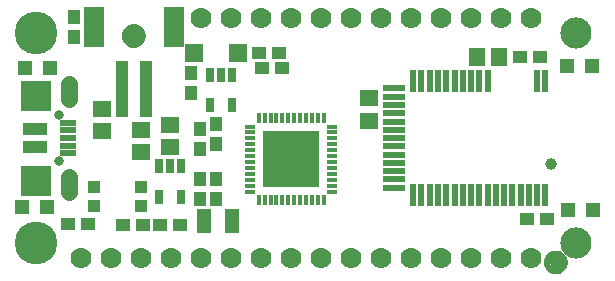
<source format=gbr>
G04 EAGLE Gerber RS-274X export*
G75*
%MOMM*%
%FSLAX34Y34*%
%LPD*%
%INSoldermask Top*%
%IPPOS*%
%AMOC8*
5,1,8,0,0,1.08239X$1,22.5*%
G01*
%ADD10C,2.641600*%
%ADD11R,1.601600X1.341600*%
%ADD12R,1.101600X1.201600*%
%ADD13R,1.301600X1.301600*%
%ADD14R,1.201600X1.101600*%
%ADD15C,1.101600*%
%ADD16C,0.500000*%
%ADD17R,1.101600X1.101600*%
%ADD18C,3.617600*%
%ADD19C,0.801600*%
%ADD20R,2.601600X2.601600*%
%ADD21C,1.409600*%
%ADD22R,2.101600X1.101600*%
%ADD23R,1.450000X0.500000*%
%ADD24R,0.651600X1.301600*%
%ADD25R,1.501600X1.501600*%
%ADD26C,1.778000*%
%ADD27R,1.101600X4.701600*%
%ADD28R,1.701600X3.501600*%
%ADD29R,0.351600X0.851600*%
%ADD30R,0.851600X0.351600*%
%ADD31R,4.801600X4.801600*%
%ADD32R,1.201600X2.001600*%
%ADD33R,1.341600X1.601600*%
%ADD34R,0.551600X1.951600*%
%ADD35R,1.951600X0.551600*%
%ADD36C,1.001600*%


D10*
X482600Y203200D03*
X482600Y25400D03*
D11*
X80880Y120090D03*
X80880Y139090D03*
D12*
X164000Y105040D03*
X164000Y122040D03*
D11*
X138580Y125740D03*
X138580Y106740D03*
D13*
X15950Y173590D03*
X36950Y173590D03*
D14*
X98688Y40906D03*
X115688Y40906D03*
D12*
X57150Y216780D03*
X57150Y199780D03*
D15*
X107950Y200660D03*
D16*
X115450Y200660D02*
X115448Y200841D01*
X115441Y201022D01*
X115430Y201203D01*
X115415Y201384D01*
X115395Y201564D01*
X115371Y201744D01*
X115343Y201923D01*
X115310Y202101D01*
X115273Y202278D01*
X115232Y202455D01*
X115187Y202630D01*
X115137Y202805D01*
X115083Y202978D01*
X115025Y203149D01*
X114963Y203320D01*
X114896Y203488D01*
X114826Y203655D01*
X114752Y203821D01*
X114673Y203984D01*
X114591Y204145D01*
X114505Y204305D01*
X114415Y204462D01*
X114321Y204617D01*
X114224Y204770D01*
X114122Y204920D01*
X114018Y205068D01*
X113909Y205214D01*
X113798Y205356D01*
X113682Y205496D01*
X113564Y205633D01*
X113442Y205768D01*
X113317Y205899D01*
X113189Y206027D01*
X113058Y206152D01*
X112923Y206274D01*
X112786Y206392D01*
X112646Y206508D01*
X112504Y206619D01*
X112358Y206728D01*
X112210Y206832D01*
X112060Y206934D01*
X111907Y207031D01*
X111752Y207125D01*
X111595Y207215D01*
X111435Y207301D01*
X111274Y207383D01*
X111111Y207462D01*
X110945Y207536D01*
X110778Y207606D01*
X110610Y207673D01*
X110439Y207735D01*
X110268Y207793D01*
X110095Y207847D01*
X109920Y207897D01*
X109745Y207942D01*
X109568Y207983D01*
X109391Y208020D01*
X109213Y208053D01*
X109034Y208081D01*
X108854Y208105D01*
X108674Y208125D01*
X108493Y208140D01*
X108312Y208151D01*
X108131Y208158D01*
X107950Y208160D01*
X115450Y200660D02*
X115448Y200479D01*
X115441Y200298D01*
X115430Y200117D01*
X115415Y199936D01*
X115395Y199756D01*
X115371Y199576D01*
X115343Y199397D01*
X115310Y199219D01*
X115273Y199042D01*
X115232Y198865D01*
X115187Y198690D01*
X115137Y198515D01*
X115083Y198342D01*
X115025Y198171D01*
X114963Y198000D01*
X114896Y197832D01*
X114826Y197665D01*
X114752Y197499D01*
X114673Y197336D01*
X114591Y197175D01*
X114505Y197015D01*
X114415Y196858D01*
X114321Y196703D01*
X114224Y196550D01*
X114122Y196400D01*
X114018Y196252D01*
X113909Y196106D01*
X113798Y195964D01*
X113682Y195824D01*
X113564Y195687D01*
X113442Y195552D01*
X113317Y195421D01*
X113189Y195293D01*
X113058Y195168D01*
X112923Y195046D01*
X112786Y194928D01*
X112646Y194812D01*
X112504Y194701D01*
X112358Y194592D01*
X112210Y194488D01*
X112060Y194386D01*
X111907Y194289D01*
X111752Y194195D01*
X111595Y194105D01*
X111435Y194019D01*
X111274Y193937D01*
X111111Y193858D01*
X110945Y193784D01*
X110778Y193714D01*
X110610Y193647D01*
X110439Y193585D01*
X110268Y193527D01*
X110095Y193473D01*
X109920Y193423D01*
X109745Y193378D01*
X109568Y193337D01*
X109391Y193300D01*
X109213Y193267D01*
X109034Y193239D01*
X108854Y193215D01*
X108674Y193195D01*
X108493Y193180D01*
X108312Y193169D01*
X108131Y193162D01*
X107950Y193160D01*
X107769Y193162D01*
X107588Y193169D01*
X107407Y193180D01*
X107226Y193195D01*
X107046Y193215D01*
X106866Y193239D01*
X106687Y193267D01*
X106509Y193300D01*
X106332Y193337D01*
X106155Y193378D01*
X105980Y193423D01*
X105805Y193473D01*
X105632Y193527D01*
X105461Y193585D01*
X105290Y193647D01*
X105122Y193714D01*
X104955Y193784D01*
X104789Y193858D01*
X104626Y193937D01*
X104465Y194019D01*
X104305Y194105D01*
X104148Y194195D01*
X103993Y194289D01*
X103840Y194386D01*
X103690Y194488D01*
X103542Y194592D01*
X103396Y194701D01*
X103254Y194812D01*
X103114Y194928D01*
X102977Y195046D01*
X102842Y195168D01*
X102711Y195293D01*
X102583Y195421D01*
X102458Y195552D01*
X102336Y195687D01*
X102218Y195824D01*
X102102Y195964D01*
X101991Y196106D01*
X101882Y196252D01*
X101778Y196400D01*
X101676Y196550D01*
X101579Y196703D01*
X101485Y196858D01*
X101395Y197015D01*
X101309Y197175D01*
X101227Y197336D01*
X101148Y197499D01*
X101074Y197665D01*
X101004Y197832D01*
X100937Y198000D01*
X100875Y198171D01*
X100817Y198342D01*
X100763Y198515D01*
X100713Y198690D01*
X100668Y198865D01*
X100627Y199042D01*
X100590Y199219D01*
X100557Y199397D01*
X100529Y199576D01*
X100505Y199756D01*
X100485Y199936D01*
X100470Y200117D01*
X100459Y200298D01*
X100452Y200479D01*
X100450Y200660D01*
X100452Y200841D01*
X100459Y201022D01*
X100470Y201203D01*
X100485Y201384D01*
X100505Y201564D01*
X100529Y201744D01*
X100557Y201923D01*
X100590Y202101D01*
X100627Y202278D01*
X100668Y202455D01*
X100713Y202630D01*
X100763Y202805D01*
X100817Y202978D01*
X100875Y203149D01*
X100937Y203320D01*
X101004Y203488D01*
X101074Y203655D01*
X101148Y203821D01*
X101227Y203984D01*
X101309Y204145D01*
X101395Y204305D01*
X101485Y204462D01*
X101579Y204617D01*
X101676Y204770D01*
X101778Y204920D01*
X101882Y205068D01*
X101991Y205214D01*
X102102Y205356D01*
X102218Y205496D01*
X102336Y205633D01*
X102458Y205768D01*
X102583Y205899D01*
X102711Y206027D01*
X102842Y206152D01*
X102977Y206274D01*
X103114Y206392D01*
X103254Y206508D01*
X103396Y206619D01*
X103542Y206728D01*
X103690Y206832D01*
X103840Y206934D01*
X103993Y207031D01*
X104148Y207125D01*
X104305Y207215D01*
X104465Y207301D01*
X104626Y207383D01*
X104789Y207462D01*
X104955Y207536D01*
X105122Y207606D01*
X105290Y207673D01*
X105461Y207735D01*
X105632Y207793D01*
X105805Y207847D01*
X105980Y207897D01*
X106155Y207942D01*
X106332Y207983D01*
X106509Y208020D01*
X106687Y208053D01*
X106866Y208081D01*
X107046Y208105D01*
X107226Y208125D01*
X107407Y208140D01*
X107588Y208151D01*
X107769Y208158D01*
X107950Y208160D01*
D15*
X465292Y8960D03*
D16*
X472792Y8960D02*
X472790Y9141D01*
X472783Y9322D01*
X472772Y9503D01*
X472757Y9684D01*
X472737Y9864D01*
X472713Y10044D01*
X472685Y10223D01*
X472652Y10401D01*
X472615Y10578D01*
X472574Y10755D01*
X472529Y10930D01*
X472479Y11105D01*
X472425Y11278D01*
X472367Y11449D01*
X472305Y11620D01*
X472238Y11788D01*
X472168Y11955D01*
X472094Y12121D01*
X472015Y12284D01*
X471933Y12445D01*
X471847Y12605D01*
X471757Y12762D01*
X471663Y12917D01*
X471566Y13070D01*
X471464Y13220D01*
X471360Y13368D01*
X471251Y13514D01*
X471140Y13656D01*
X471024Y13796D01*
X470906Y13933D01*
X470784Y14068D01*
X470659Y14199D01*
X470531Y14327D01*
X470400Y14452D01*
X470265Y14574D01*
X470128Y14692D01*
X469988Y14808D01*
X469846Y14919D01*
X469700Y15028D01*
X469552Y15132D01*
X469402Y15234D01*
X469249Y15331D01*
X469094Y15425D01*
X468937Y15515D01*
X468777Y15601D01*
X468616Y15683D01*
X468453Y15762D01*
X468287Y15836D01*
X468120Y15906D01*
X467952Y15973D01*
X467781Y16035D01*
X467610Y16093D01*
X467437Y16147D01*
X467262Y16197D01*
X467087Y16242D01*
X466910Y16283D01*
X466733Y16320D01*
X466555Y16353D01*
X466376Y16381D01*
X466196Y16405D01*
X466016Y16425D01*
X465835Y16440D01*
X465654Y16451D01*
X465473Y16458D01*
X465292Y16460D01*
X472792Y8960D02*
X472790Y8779D01*
X472783Y8598D01*
X472772Y8417D01*
X472757Y8236D01*
X472737Y8056D01*
X472713Y7876D01*
X472685Y7697D01*
X472652Y7519D01*
X472615Y7342D01*
X472574Y7165D01*
X472529Y6990D01*
X472479Y6815D01*
X472425Y6642D01*
X472367Y6471D01*
X472305Y6300D01*
X472238Y6132D01*
X472168Y5965D01*
X472094Y5799D01*
X472015Y5636D01*
X471933Y5475D01*
X471847Y5315D01*
X471757Y5158D01*
X471663Y5003D01*
X471566Y4850D01*
X471464Y4700D01*
X471360Y4552D01*
X471251Y4406D01*
X471140Y4264D01*
X471024Y4124D01*
X470906Y3987D01*
X470784Y3852D01*
X470659Y3721D01*
X470531Y3593D01*
X470400Y3468D01*
X470265Y3346D01*
X470128Y3228D01*
X469988Y3112D01*
X469846Y3001D01*
X469700Y2892D01*
X469552Y2788D01*
X469402Y2686D01*
X469249Y2589D01*
X469094Y2495D01*
X468937Y2405D01*
X468777Y2319D01*
X468616Y2237D01*
X468453Y2158D01*
X468287Y2084D01*
X468120Y2014D01*
X467952Y1947D01*
X467781Y1885D01*
X467610Y1827D01*
X467437Y1773D01*
X467262Y1723D01*
X467087Y1678D01*
X466910Y1637D01*
X466733Y1600D01*
X466555Y1567D01*
X466376Y1539D01*
X466196Y1515D01*
X466016Y1495D01*
X465835Y1480D01*
X465654Y1469D01*
X465473Y1462D01*
X465292Y1460D01*
X465111Y1462D01*
X464930Y1469D01*
X464749Y1480D01*
X464568Y1495D01*
X464388Y1515D01*
X464208Y1539D01*
X464029Y1567D01*
X463851Y1600D01*
X463674Y1637D01*
X463497Y1678D01*
X463322Y1723D01*
X463147Y1773D01*
X462974Y1827D01*
X462803Y1885D01*
X462632Y1947D01*
X462464Y2014D01*
X462297Y2084D01*
X462131Y2158D01*
X461968Y2237D01*
X461807Y2319D01*
X461647Y2405D01*
X461490Y2495D01*
X461335Y2589D01*
X461182Y2686D01*
X461032Y2788D01*
X460884Y2892D01*
X460738Y3001D01*
X460596Y3112D01*
X460456Y3228D01*
X460319Y3346D01*
X460184Y3468D01*
X460053Y3593D01*
X459925Y3721D01*
X459800Y3852D01*
X459678Y3987D01*
X459560Y4124D01*
X459444Y4264D01*
X459333Y4406D01*
X459224Y4552D01*
X459120Y4700D01*
X459018Y4850D01*
X458921Y5003D01*
X458827Y5158D01*
X458737Y5315D01*
X458651Y5475D01*
X458569Y5636D01*
X458490Y5799D01*
X458416Y5965D01*
X458346Y6132D01*
X458279Y6300D01*
X458217Y6471D01*
X458159Y6642D01*
X458105Y6815D01*
X458055Y6990D01*
X458010Y7165D01*
X457969Y7342D01*
X457932Y7519D01*
X457899Y7697D01*
X457871Y7876D01*
X457847Y8056D01*
X457827Y8236D01*
X457812Y8417D01*
X457801Y8598D01*
X457794Y8779D01*
X457792Y8960D01*
X457794Y9141D01*
X457801Y9322D01*
X457812Y9503D01*
X457827Y9684D01*
X457847Y9864D01*
X457871Y10044D01*
X457899Y10223D01*
X457932Y10401D01*
X457969Y10578D01*
X458010Y10755D01*
X458055Y10930D01*
X458105Y11105D01*
X458159Y11278D01*
X458217Y11449D01*
X458279Y11620D01*
X458346Y11788D01*
X458416Y11955D01*
X458490Y12121D01*
X458569Y12284D01*
X458651Y12445D01*
X458737Y12605D01*
X458827Y12762D01*
X458921Y12917D01*
X459018Y13070D01*
X459120Y13220D01*
X459224Y13368D01*
X459333Y13514D01*
X459444Y13656D01*
X459560Y13796D01*
X459678Y13933D01*
X459800Y14068D01*
X459925Y14199D01*
X460053Y14327D01*
X460184Y14452D01*
X460319Y14574D01*
X460456Y14692D01*
X460596Y14808D01*
X460738Y14919D01*
X460884Y15028D01*
X461032Y15132D01*
X461182Y15234D01*
X461335Y15331D01*
X461490Y15425D01*
X461647Y15515D01*
X461807Y15601D01*
X461968Y15683D01*
X462131Y15762D01*
X462297Y15836D01*
X462464Y15906D01*
X462632Y15973D01*
X462803Y16035D01*
X462974Y16093D01*
X463147Y16147D01*
X463322Y16197D01*
X463497Y16242D01*
X463674Y16283D01*
X463851Y16320D01*
X464029Y16353D01*
X464208Y16381D01*
X464388Y16405D01*
X464568Y16425D01*
X464749Y16440D01*
X464930Y16451D01*
X465111Y16458D01*
X465292Y16460D01*
D17*
X73980Y56770D03*
X73980Y72770D03*
X113980Y72770D03*
X113980Y56770D03*
D18*
X25400Y203200D03*
X25400Y25400D03*
D19*
X44450Y133800D03*
X44450Y94800D03*
D20*
X25450Y78300D03*
X25450Y150300D03*
D21*
X53450Y147300D02*
X53450Y160380D01*
X53450Y81300D02*
X53450Y68220D01*
D22*
X24450Y121800D03*
X24450Y106800D03*
D23*
X52200Y127300D03*
X52200Y120800D03*
X52200Y114300D03*
X52200Y107800D03*
X52200Y101300D03*
D24*
X191110Y167941D03*
X181610Y167941D03*
X172110Y167941D03*
X172110Y141939D03*
X191110Y141939D03*
D25*
X196300Y186690D03*
X159300Y186690D03*
D26*
X444500Y12700D03*
X419100Y12700D03*
X393700Y12700D03*
X368300Y12700D03*
X342900Y12700D03*
X317500Y12700D03*
X292100Y12700D03*
X266700Y12700D03*
X241300Y12700D03*
X215900Y12700D03*
X190500Y12700D03*
X165100Y12700D03*
X139700Y12700D03*
X114300Y12700D03*
X88900Y12700D03*
X63500Y12700D03*
D27*
X97950Y156040D03*
X117950Y156040D03*
D28*
X73950Y208040D03*
X141950Y208040D03*
D26*
X165100Y215900D03*
X190500Y215900D03*
X215900Y215900D03*
X241300Y215900D03*
X266700Y215900D03*
X292100Y215900D03*
X317500Y215900D03*
X342900Y215900D03*
X368300Y215900D03*
X393700Y215900D03*
X419100Y215900D03*
X444500Y215900D03*
D24*
X147930Y90471D03*
X138430Y90471D03*
X128930Y90471D03*
X128930Y64469D03*
X147930Y64469D03*
D13*
X34630Y55880D03*
X13630Y55880D03*
D14*
X52460Y41910D03*
X69460Y41910D03*
D11*
X114300Y121260D03*
X114300Y102260D03*
D14*
X146930Y40640D03*
X129930Y40640D03*
X213750Y186690D03*
X230750Y186690D03*
X233290Y173990D03*
X216290Y173990D03*
D29*
X213800Y61770D03*
X218800Y61770D03*
X223800Y61770D03*
X228800Y61770D03*
X233800Y61770D03*
X238800Y61770D03*
X243800Y61770D03*
X248800Y61770D03*
X253800Y61770D03*
X258800Y61770D03*
X263800Y61770D03*
D30*
X276050Y69020D03*
X276050Y74020D03*
X276050Y79020D03*
X276050Y84020D03*
X276050Y89020D03*
X276050Y94020D03*
X276050Y99020D03*
X276050Y104020D03*
X276050Y109020D03*
X276050Y114020D03*
X276050Y119020D03*
D29*
X268800Y131270D03*
X263800Y131270D03*
X258800Y131270D03*
X253800Y131270D03*
X248800Y131270D03*
X243800Y131270D03*
X238800Y131270D03*
X233800Y131270D03*
X228800Y131270D03*
X223800Y131270D03*
X218800Y131270D03*
D30*
X206550Y124020D03*
X206550Y119020D03*
X206550Y114020D03*
X206550Y109020D03*
X206550Y104020D03*
X206550Y99020D03*
X206550Y94020D03*
X206550Y89020D03*
X206550Y84020D03*
X206550Y79020D03*
X206550Y74020D03*
D31*
X241300Y96520D03*
D29*
X268800Y61770D03*
D30*
X276050Y124020D03*
D29*
X213800Y131270D03*
D30*
X206550Y69020D03*
D12*
X177800Y109610D03*
X177800Y126610D03*
X177800Y62620D03*
X177800Y79620D03*
X163830Y62620D03*
X163830Y79620D03*
D32*
X191070Y44450D03*
X167070Y44450D03*
D33*
X398170Y182880D03*
X417170Y182880D03*
D12*
X156210Y152790D03*
X156210Y169790D03*
D34*
X456560Y162550D03*
X449560Y162550D03*
X407560Y162550D03*
X400560Y162550D03*
X393560Y162550D03*
X386560Y162550D03*
X379560Y162550D03*
X372560Y162550D03*
X365560Y162550D03*
X358560Y162550D03*
X351560Y162550D03*
X344560Y162550D03*
D35*
X328310Y156300D03*
X328310Y149300D03*
X328310Y142300D03*
X328310Y135300D03*
X328310Y128300D03*
X328310Y121300D03*
X328310Y114300D03*
X328310Y107300D03*
X328310Y100300D03*
X328310Y93300D03*
X328310Y86300D03*
X328310Y79300D03*
X328310Y72300D03*
D34*
X344560Y66050D03*
X351560Y66050D03*
X358560Y66050D03*
X365560Y66050D03*
X372560Y66050D03*
X379560Y66050D03*
X386560Y66050D03*
X393560Y66050D03*
X400560Y66050D03*
X407560Y66050D03*
X414560Y66050D03*
X421560Y66050D03*
X428560Y66050D03*
X435560Y66050D03*
X442560Y66050D03*
X449560Y66050D03*
X456560Y66050D03*
D36*
X461060Y92300D03*
D13*
X495640Y175260D03*
X474640Y175260D03*
X496910Y53340D03*
X475910Y53340D03*
D14*
X434730Y182880D03*
X451730Y182880D03*
X441080Y45720D03*
X458080Y45720D03*
D11*
X307340Y147930D03*
X307340Y128930D03*
M02*

</source>
